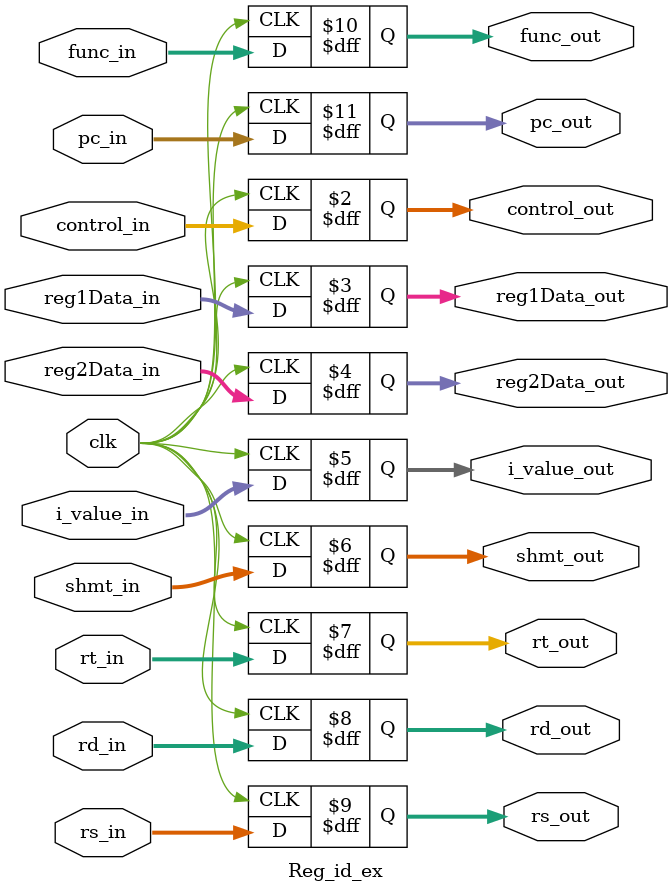
<source format=v>
module Reg_id_ex(control_out,reg1Data_out,reg2Data_out,i_value_out,shmt_out,rt_out,rd_out,rs_out,func_out,pc_out,
                 control_in,reg1Data_in,reg2Data_in,shmt_in,i_value_in,rt_in,rd_in,rs_in,func_in,pc_in,clk);
    output reg [10:0] control_out;
    output reg [31:0] reg1Data_out;
    output reg [31:0] reg2Data_out;
    output reg [31:0] i_value_out;
    output reg [4:0] shmt_out;
    output reg [4:0] rt_out;
    output reg [4:0] rd_out;
    output reg [4:0] rs_out;
    output reg [5:0] func_out;
    output reg [14:0] pc_out;
    input wire [14:0] pc_in;
    input wire [10:0] control_in;
    input wire [31:0] reg1Data_in;
    input wire [31:0] reg2Data_in;
    input wire [31:0] i_value_in;
    input wire [4:0] shmt_in;
    input wire [4:0] rt_in;
    input wire [4:0] rd_in;
    input wire [4:0] rs_in;
    input wire [5:0] func_in;
    input wire clk;

    always @(posedge clk)begin
        control_out <= control_in;
        reg1Data_out <= reg1Data_in;
        reg2Data_out <= reg2Data_in;
        shmt_out <= shmt_in;
        i_value_out <= i_value_in;
        rt_out <= rt_in;
        rd_out <= rd_in;
        rs_out <= rs_in;
        func_out <= func_in;
        pc_out <= pc_in;
    end

endmodule
</source>
